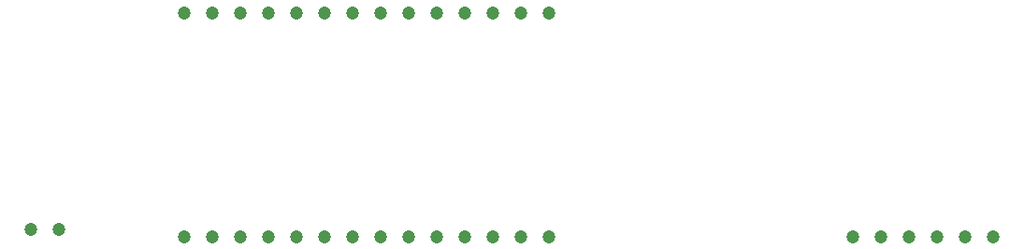
<source format=gbr>
%TF.GenerationSoftware,Altium Limited,Altium Designer,23.4.1 (23)*%
G04 Layer_Color=0*
%FSLAX44Y44*%
%MOMM*%
%TF.SameCoordinates,691261D2-1884-439D-B531-122D69197680*%
%TF.FilePolarity,Positive*%
%TF.FileFunction,Plated,1,2,PTH,Drill*%
%TF.Part,Single*%
G01*
G75*
%TA.AperFunction,ComponentDrill*%
%ADD23C,1.2000*%
%ADD24C,1.2000*%
D23*
X471350Y53400D02*
D03*
X801550Y256600D02*
D03*
X776150D02*
D03*
X750750D02*
D03*
X725350D02*
D03*
X699950D02*
D03*
X623750D02*
D03*
X598350D02*
D03*
X572950D02*
D03*
X547550D02*
D03*
X522150D02*
D03*
X496750D02*
D03*
X471350D02*
D03*
X649150D02*
D03*
X674550D02*
D03*
X801550Y53400D02*
D03*
X776150D02*
D03*
X750750D02*
D03*
X725350D02*
D03*
X699950D02*
D03*
X623750D02*
D03*
X598350D02*
D03*
X572950D02*
D03*
X547550D02*
D03*
X522150D02*
D03*
X496750D02*
D03*
X649150D02*
D03*
X674550D02*
D03*
X332300Y60000D02*
D03*
X357700D02*
D03*
D24*
X1203000Y53400D02*
D03*
X1177600D02*
D03*
X1152200D02*
D03*
X1126800D02*
D03*
X1101400D02*
D03*
X1076000D02*
D03*
%TF.MD5,21c475cdc45db3365c115b8c2117f4dc*%
M02*

</source>
